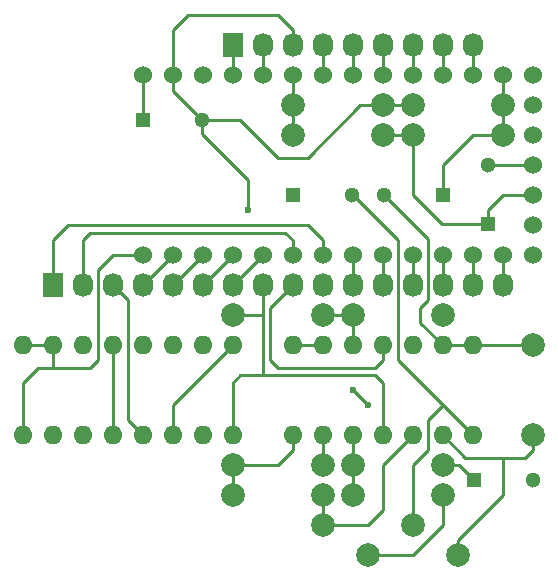
<source format=gtl>
G04 #@! TF.FileFunction,Copper,L1,Top,Signal*
%FSLAX46Y46*%
G04 Gerber Fmt 4.6, Leading zero omitted, Abs format (unit mm)*
G04 Created by KiCad (PCBNEW (2015-11-29 BZR 6336)-product) date vrijdag 15 april 2016 20:58:08*
%MOMM*%
G01*
G04 APERTURE LIST*
%ADD10C,0.100000*%
%ADD11R,1.300000X1.300000*%
%ADD12C,1.300000*%
%ADD13O,1.600000X1.600000*%
%ADD14C,1.998980*%
%ADD15C,1.524000*%
%ADD16R,1.727200X2.032000*%
%ADD17O,1.727200X2.032000*%
%ADD18C,0.600000*%
%ADD19C,0.250000*%
G04 APERTURE END LIST*
D10*
D11*
X92790000Y-92710000D03*
D12*
X97790000Y-92710000D03*
D13*
X77470000Y-88900000D03*
X80010000Y-88900000D03*
X82550000Y-88900000D03*
X85090000Y-88900000D03*
X87630000Y-88900000D03*
X90170000Y-88900000D03*
X92710000Y-88900000D03*
X92710000Y-81280000D03*
X90170000Y-81280000D03*
X87630000Y-81280000D03*
X85090000Y-81280000D03*
X82550000Y-81280000D03*
X80010000Y-81280000D03*
X77470000Y-81280000D03*
D14*
X82550000Y-93980000D03*
X90170000Y-93980000D03*
X83820000Y-99060000D03*
X91440000Y-99060000D03*
X80010000Y-93980000D03*
X72390000Y-93980000D03*
X80010000Y-91440000D03*
X72390000Y-91440000D03*
D15*
X72390000Y-73660000D03*
X77470000Y-73660000D03*
X82550000Y-73660000D03*
X74930000Y-73660000D03*
X80010000Y-73660000D03*
X69850000Y-73660000D03*
X64770000Y-73660000D03*
X67310000Y-73660000D03*
X87630000Y-73660000D03*
X85090000Y-73660000D03*
X90170000Y-73660000D03*
X95250000Y-73660000D03*
X92710000Y-73660000D03*
X97790000Y-73660000D03*
X97790000Y-71120000D03*
X97790000Y-68580000D03*
X97790000Y-66040000D03*
X97790000Y-63500000D03*
X97790000Y-60960000D03*
X72390000Y-58420000D03*
X74930000Y-58420000D03*
X80010000Y-58420000D03*
X77470000Y-58420000D03*
X82550000Y-58420000D03*
X85090000Y-58420000D03*
X90170000Y-58420000D03*
X95250000Y-58420000D03*
X92710000Y-58420000D03*
X87630000Y-58420000D03*
X97790000Y-58420000D03*
X67310000Y-58420000D03*
X69850000Y-58420000D03*
X64770000Y-58420000D03*
D16*
X57150000Y-76200000D03*
D17*
X59690000Y-76200000D03*
X62230000Y-76200000D03*
X64770000Y-76200000D03*
X67310000Y-76200000D03*
X69850000Y-76200000D03*
X72390000Y-76200000D03*
X74930000Y-76200000D03*
X77470000Y-76200000D03*
X80010000Y-76200000D03*
X82550000Y-76200000D03*
X85090000Y-76200000D03*
X87630000Y-76200000D03*
X90170000Y-76200000D03*
X92710000Y-76200000D03*
X95250000Y-76200000D03*
D11*
X64770000Y-62230000D03*
D12*
X69770000Y-62230000D03*
D14*
X97790000Y-88900000D03*
X97790000Y-81280000D03*
D11*
X77470000Y-68580000D03*
D12*
X82470000Y-68580000D03*
D13*
X72390000Y-81280000D03*
X69850000Y-81280000D03*
X67310000Y-81280000D03*
X64770000Y-81280000D03*
X62230000Y-81280000D03*
X59690000Y-81280000D03*
X57150000Y-81280000D03*
X54610000Y-81280000D03*
X54610000Y-88900000D03*
X57150000Y-88900000D03*
X59690000Y-88900000D03*
X62230000Y-88900000D03*
X64770000Y-88900000D03*
X67310000Y-88900000D03*
X69850000Y-88900000D03*
X72390000Y-88900000D03*
D11*
X90170000Y-68580000D03*
D12*
X85170000Y-68580000D03*
D14*
X82550000Y-91440000D03*
X90170000Y-91440000D03*
X80010000Y-96520000D03*
X87630000Y-96520000D03*
X85090000Y-63500000D03*
X77470000Y-63500000D03*
X72390000Y-78740000D03*
X80010000Y-78740000D03*
X77470000Y-60960000D03*
X85090000Y-60960000D03*
X82550000Y-78740000D03*
X90170000Y-78740000D03*
X87630000Y-63500000D03*
X95250000Y-63500000D03*
X95250000Y-60960000D03*
X87630000Y-60960000D03*
D11*
X93980000Y-71040000D03*
D12*
X93980000Y-66040000D03*
D16*
X72390000Y-55880000D03*
D17*
X74930000Y-55880000D03*
X77470000Y-55880000D03*
X80010000Y-55880000D03*
X82550000Y-55880000D03*
X85090000Y-55880000D03*
X87630000Y-55880000D03*
X90170000Y-55880000D03*
X92710000Y-55880000D03*
D18*
X73660000Y-69850000D03*
X82550000Y-85090000D03*
X83820000Y-86360000D03*
D19*
X92790000Y-92710000D02*
X91520000Y-91440000D01*
X91520000Y-91440000D02*
X90170000Y-91440000D01*
X77470000Y-60960000D02*
X77470000Y-58420000D01*
X77470000Y-63500000D02*
X77470000Y-60960000D01*
X86360000Y-82550000D02*
X86360000Y-72390000D01*
X82470000Y-68580000D02*
X82550000Y-68580000D01*
X82550000Y-68580000D02*
X86360000Y-72390000D01*
X86360000Y-82550000D02*
X90170000Y-86360000D01*
X90170000Y-86360000D02*
X92710000Y-88900000D01*
X88900000Y-90170000D02*
X88900000Y-87630000D01*
X88900000Y-87630000D02*
X90170000Y-86360000D01*
X87630000Y-91440000D02*
X88900000Y-90170000D01*
X87630000Y-96520000D02*
X87630000Y-91440000D01*
X74930000Y-78740000D02*
X74930000Y-76200000D01*
X74930000Y-83820000D02*
X74930000Y-78740000D01*
X74930000Y-78740000D02*
X72390000Y-78740000D01*
X74930000Y-83820000D02*
X73025000Y-83820000D01*
X72390000Y-84455000D02*
X73025000Y-83820000D01*
X72390000Y-88900000D02*
X72390000Y-84455000D01*
X74930000Y-83820000D02*
X84455000Y-83820000D01*
X84455000Y-83820000D02*
X85090000Y-84455000D01*
X85090000Y-84455000D02*
X85090000Y-88900000D01*
X64770000Y-58420000D02*
X64770000Y-62230000D01*
X76200000Y-53340000D02*
X77470000Y-54610000D01*
X77470000Y-54610000D02*
X77470000Y-55880000D01*
X68580000Y-53340000D02*
X76200000Y-53340000D01*
X67310000Y-54610000D02*
X68580000Y-53340000D01*
X67310000Y-58420000D02*
X67310000Y-54610000D01*
X54610000Y-84455000D02*
X55880000Y-83185000D01*
X55880000Y-83185000D02*
X57150000Y-83185000D01*
X54610000Y-88900000D02*
X54610000Y-84455000D01*
X57150000Y-83185000D02*
X57150000Y-81280000D01*
X60960000Y-82550000D02*
X60325000Y-83185000D01*
X60325000Y-83185000D02*
X57150000Y-83185000D01*
X60960000Y-82550000D02*
X60960000Y-74930000D01*
X60960000Y-82550000D02*
X60960000Y-80010000D01*
X75565000Y-78105000D02*
X75565000Y-82550000D01*
X77470000Y-76200000D02*
X75565000Y-78105000D01*
X84455000Y-83185000D02*
X85090000Y-82550000D01*
X75565000Y-82550000D02*
X76200000Y-83185000D01*
X76200000Y-83185000D02*
X84455000Y-83185000D01*
X85090000Y-82550000D02*
X85090000Y-81280000D01*
X60960000Y-80010000D02*
X60960000Y-74930000D01*
X60960000Y-74930000D02*
X60960000Y-79375000D01*
X62230000Y-73660000D02*
X60960000Y-74930000D01*
X64770000Y-73660000D02*
X62230000Y-73660000D01*
X54610000Y-81280000D02*
X57150000Y-81280000D01*
X83185000Y-60960000D02*
X85090000Y-60960000D01*
X78740000Y-65405000D02*
X83185000Y-60960000D01*
X76200000Y-65405000D02*
X78740000Y-65405000D01*
X73025000Y-62230000D02*
X76200000Y-65405000D01*
X69770000Y-62230000D02*
X73025000Y-62230000D01*
X97790000Y-66040000D02*
X93980000Y-66040000D01*
X69770000Y-62230000D02*
X69770000Y-63420000D01*
X69770000Y-63420000D02*
X73660000Y-67310000D01*
X73660000Y-69850000D02*
X73660000Y-67310000D01*
X87630000Y-60960000D02*
X85090000Y-60960000D01*
X69770000Y-62230000D02*
X67310000Y-59770000D01*
X67310000Y-59770000D02*
X67310000Y-58420000D01*
X95250000Y-60960000D02*
X95250000Y-58420000D01*
X95250000Y-63500000D02*
X95250000Y-60960000D01*
X90170000Y-66040000D02*
X92710000Y-63500000D01*
X92710000Y-63500000D02*
X95250000Y-63500000D01*
X90170000Y-68580000D02*
X90170000Y-66040000D01*
X88265000Y-79375000D02*
X90170000Y-81280000D01*
X88265000Y-78105000D02*
X88265000Y-79375000D01*
X88900000Y-77470000D02*
X88900000Y-72310000D01*
X88900000Y-77470000D02*
X88265000Y-78105000D01*
X88900000Y-72310000D02*
X85170000Y-68580000D01*
X97790000Y-81280000D02*
X92710000Y-81280000D01*
X90170000Y-81280000D02*
X92710000Y-81280000D01*
X80010000Y-73660000D02*
X80010000Y-72390000D01*
X58420000Y-71120000D02*
X57150000Y-72390000D01*
X80010000Y-72390000D02*
X78740000Y-71120000D01*
X78740000Y-71120000D02*
X58420000Y-71120000D01*
X57150000Y-72390000D02*
X57150000Y-76200000D01*
X60325000Y-71755000D02*
X76835000Y-71755000D01*
X77470000Y-73660000D02*
X77470000Y-72390000D01*
X77470000Y-72390000D02*
X76835000Y-71755000D01*
X60325000Y-71755000D02*
X59690000Y-72390000D01*
X59690000Y-72390000D02*
X59690000Y-76200000D01*
X63500000Y-77470000D02*
X63500000Y-87630000D01*
X63500000Y-87630000D02*
X64770000Y-88900000D01*
X62230000Y-76200000D02*
X63500000Y-77470000D01*
X64770000Y-76200000D02*
X67310000Y-73660000D01*
X67310000Y-76200000D02*
X69850000Y-73660000D01*
X69850000Y-76200000D02*
X72390000Y-73660000D01*
X72390000Y-76200000D02*
X74930000Y-73660000D01*
X82550000Y-76200000D02*
X82550000Y-73660000D01*
X85090000Y-76200000D02*
X85090000Y-73660000D01*
X87630000Y-76200000D02*
X87630000Y-73660000D01*
X90170000Y-76200000D02*
X90170000Y-73660000D01*
X92710000Y-76200000D02*
X92710000Y-73660000D01*
X95250000Y-76200000D02*
X95250000Y-73660000D01*
X82550000Y-93980000D02*
X82550000Y-91440000D01*
X82550000Y-91440000D02*
X82550000Y-88900000D01*
X87630000Y-99060000D02*
X90170000Y-96520000D01*
X83820000Y-99060000D02*
X87630000Y-99060000D01*
X67310000Y-88900000D02*
X67310000Y-86360000D01*
X67310000Y-86360000D02*
X72390000Y-81280000D01*
X82550000Y-85090000D02*
X83820000Y-86360000D01*
X90170000Y-96520000D02*
X90170000Y-93980000D01*
X80010000Y-81280000D02*
X77470000Y-81280000D01*
X62230000Y-88900000D02*
X62230000Y-81280000D01*
X80010000Y-91440000D02*
X80010000Y-88900000D01*
X77470000Y-90170000D02*
X76200000Y-91440000D01*
X76200000Y-91440000D02*
X72390000Y-91440000D01*
X77470000Y-88900000D02*
X77470000Y-90170000D01*
X72390000Y-93980000D02*
X72390000Y-91440000D01*
X83820000Y-96520000D02*
X85090000Y-95250000D01*
X85090000Y-91440000D02*
X85090000Y-95250000D01*
X87630000Y-88900000D02*
X85090000Y-91440000D01*
X80010000Y-96520000D02*
X83820000Y-96520000D01*
X80010000Y-96520000D02*
X80010000Y-93980000D01*
X87630000Y-68580000D02*
X87630000Y-63500000D01*
X90090000Y-71040000D02*
X87630000Y-68580000D01*
X93980000Y-71040000D02*
X90090000Y-71040000D01*
X95250000Y-68580000D02*
X93980000Y-69850000D01*
X93980000Y-69850000D02*
X93980000Y-71040000D01*
X97790000Y-68580000D02*
X95250000Y-68580000D01*
X85090000Y-63500000D02*
X87630000Y-63500000D01*
X82550000Y-78740000D02*
X80010000Y-78740000D01*
X82550000Y-78740000D02*
X82550000Y-81280000D01*
X92075000Y-90805000D02*
X95250000Y-90805000D01*
X95250000Y-90805000D02*
X96520000Y-90805000D01*
X91440000Y-97790000D02*
X95250000Y-93980000D01*
X95250000Y-93980000D02*
X95250000Y-90805000D01*
X91440000Y-99060000D02*
X91440000Y-97790000D01*
X97155000Y-90805000D02*
X97790000Y-90170000D01*
X96520000Y-90805000D02*
X97155000Y-90805000D01*
X90170000Y-88900000D02*
X92075000Y-90805000D01*
X97790000Y-90170000D02*
X97790000Y-88900000D01*
X72390000Y-58420000D02*
X72390000Y-55880000D01*
X74930000Y-58420000D02*
X74930000Y-55880000D01*
X80010000Y-58420000D02*
X80010000Y-55880000D01*
X82550000Y-58420000D02*
X82550000Y-55880000D01*
X85090000Y-58420000D02*
X85090000Y-55880000D01*
X90170000Y-58420000D02*
X90170000Y-55880000D01*
X87630000Y-58420000D02*
X87630000Y-55880000D01*
X92710000Y-58420000D02*
X92710000Y-55880000D01*
M02*

</source>
